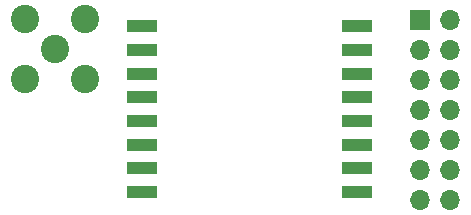
<source format=gbr>
%TF.GenerationSoftware,KiCad,Pcbnew,(5.1.9-0-10_14)*%
%TF.CreationDate,2021-04-20T21:20:53+01:00*%
%TF.ProjectId,pi-hat,70692d68-6174-42e6-9b69-6361645f7063,rev?*%
%TF.SameCoordinates,Original*%
%TF.FileFunction,Soldermask,Top*%
%TF.FilePolarity,Negative*%
%FSLAX46Y46*%
G04 Gerber Fmt 4.6, Leading zero omitted, Abs format (unit mm)*
G04 Created by KiCad (PCBNEW (5.1.9-0-10_14)) date 2021-04-20 21:20:53*
%MOMM*%
%LPD*%
G01*
G04 APERTURE LIST*
%ADD10R,2.500000X1.000000*%
%ADD11O,1.700000X1.700000*%
%ADD12R,1.700000X1.700000*%
%ADD13C,2.400000*%
G04 APERTURE END LIST*
D10*
%TO.C,U1*%
X43676200Y-31577800D03*
X43676200Y-29577800D03*
X43676200Y-27577800D03*
X43676200Y-25577800D03*
X43676200Y-23577800D03*
X43676200Y-21577800D03*
X43676200Y-19577800D03*
X43676200Y-17577800D03*
X25476200Y-17577800D03*
X25476200Y-19577800D03*
X25476200Y-21577800D03*
X25476200Y-23577800D03*
X25476200Y-25577800D03*
X25476200Y-27577800D03*
X25476200Y-29577800D03*
X25476200Y-31577800D03*
%TD*%
D11*
%TO.C,Pi 17-30*%
X51536600Y-32258000D03*
X48996600Y-32258000D03*
X51536600Y-29718000D03*
X48996600Y-29718000D03*
X51536600Y-27178000D03*
X48996600Y-27178000D03*
X51536600Y-24638000D03*
X48996600Y-24638000D03*
X51536600Y-22098000D03*
X48996600Y-22098000D03*
X51536600Y-19558000D03*
X48996600Y-19558000D03*
X51536600Y-17018000D03*
D12*
X48996600Y-17018000D03*
%TD*%
D13*
%TO.C,SMA*%
X20701000Y-22047200D03*
X15621000Y-22047200D03*
X20701000Y-16967200D03*
X15621000Y-16967200D03*
X18161000Y-19507200D03*
%TD*%
M02*

</source>
